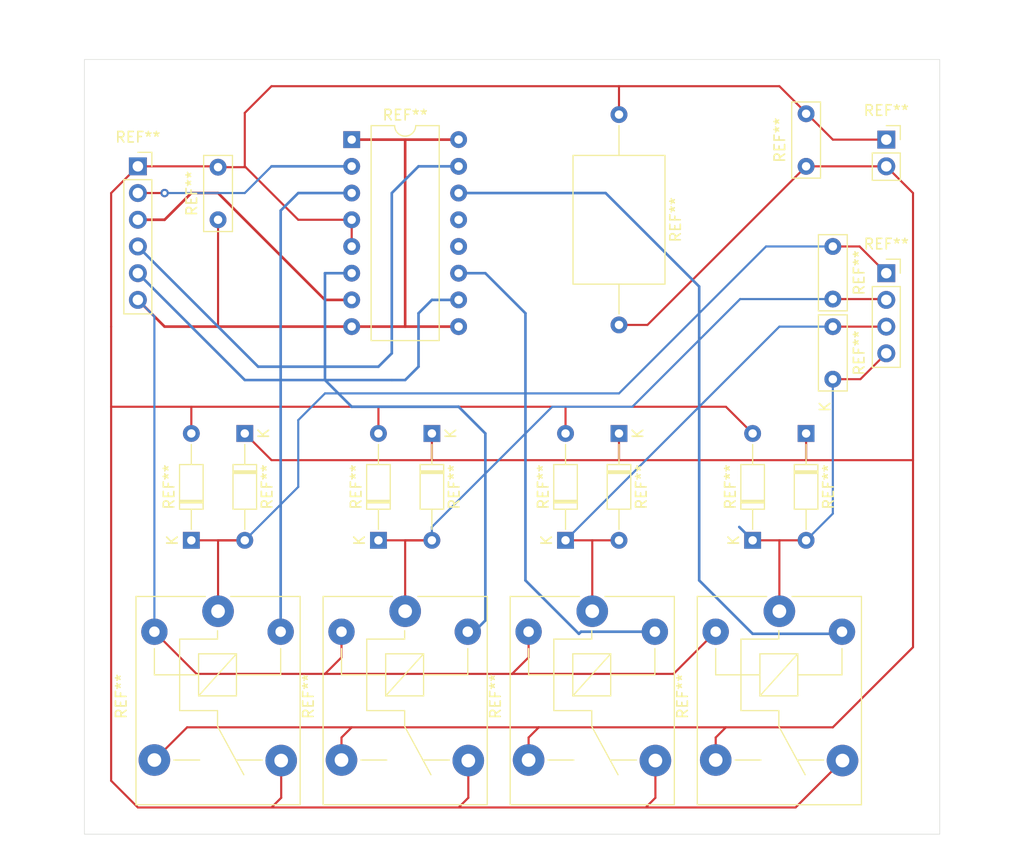
<source format=kicad_pcb>
(kicad_pcb (version 20211014) (generator pcbnew)
  (layers (0 "F.Cu" signal) (31 "B.Cu" signal) (34 "B.Paste" user) (35 "F.Paste" user) (36 "B.SilkS" user "B.Silkscreen") (37 "F.SilkS" user "F.Silkscreen") (38 "B.Mask" user) (39 "F.Mask" user) (44 "Edge.Cuts" user))
  (net 0 "")
  (footprint "Package_DIP:DIP-16_W10.16mm" (layer "F.Cu") (at 127 58.42)
    (fp_text reference "REF**" (at 5.08 -2.33) (layer "F.SilkS"))
    (fp_text value "DIP-16_W10.16mm")
    (fp_line (start 1.845 -1.33) (end 1.845 19.11) (layer "F.SilkS") (width 0.12))
    (fp_line (start 4.08 -1.33) (end 1.845 -1.33) (layer "F.SilkS") (width 0.12))
    (fp_line (start 8.315 19.11) (end 8.315 -1.33) (layer "F.SilkS") (width 0.12))
    (fp_line (start 1.845 19.11) (end 8.315 19.11) (layer "F.SilkS") (width 0.12))
    (fp_line (start 8.315 -1.33) (end 6.08 -1.33) (layer "F.SilkS") (width 0.12))
    (fp_arc (start 6.08 -1.33) (mid 5.08 -0.33) (end 4.08 -1.33) (layer "F.SilkS") (width 0.12))
    (pad "1" thru_hole rect (at 0 0) (size 1.6 1.6) (drill 0.8) (layers *.Cu *.Mask))
    (pad "2" thru_hole oval (at 0 2.54) (size 1.6 1.6) (drill 0.8) (layers *.Cu *.Mask))
    (pad "3" thru_hole oval (at 0 5.08) (size 1.6 1.6) (drill 0.8) (layers *.Cu *.Mask))
    (pad "4" thru_hole oval (at 0 7.62) (size 1.6 1.6) (drill 0.8) (layers *.Cu *.Mask))
    (pad "5" thru_hole oval (at 0 10.16) (size 1.6 1.6) (drill 0.8) (layers *.Cu *.Mask))
    (pad "6" thru_hole oval (at 0 12.7) (size 1.6 1.6) (drill 0.8) (layers *.Cu *.Mask))
    (pad "7" thru_hole oval (at 0 15.24) (size 1.6 1.6) (drill 0.8) (layers *.Cu *.Mask))
    (pad "8" thru_hole oval (at 0 17.78) (size 1.6 1.6) (drill 0.8) (layers *.Cu *.Mask))
    (pad "9" thru_hole oval (at 10.16 17.78) (size 1.6 1.6) (drill 0.8) (layers *.Cu *.Mask))
    (pad "10" thru_hole oval (at 10.16 15.24) (size 1.6 1.6) (drill 0.8) (layers *.Cu *.Mask))
    (pad "11" thru_hole oval (at 10.16 12.7) (size 1.6 1.6) (drill 0.8) (layers *.Cu *.Mask))
    (pad "12" thru_hole oval (at 10.16 10.16) (size 1.6 1.6) (drill 0.8) (layers *.Cu *.Mask))
    (pad "13" thru_hole oval (at 10.16 7.62) (size 1.6 1.6) (drill 0.8) (layers *.Cu *.Mask))
    (pad "14" thru_hole oval (at 10.16 5.08) (size 1.6 1.6) (drill 0.8) (layers *.Cu *.Mask))
    (pad "15" thru_hole oval (at 10.16 2.54) (size 1.6 1.6) (drill 0.8) (layers *.Cu *.Mask))
    (pad "16" thru_hole oval (at 10.16 0) (size 1.6 1.6) (drill 0.8) (layers *.Cu *.Mask))
  )
  (footprint "Diode_THT:D_DO-35_SOD27_P10.16mm_Horizontal" (layer "F.Cu") (at 129.54 96.52 90)
    (fp_text reference "REF**" (at 5.08 -2.12 90) (layer "F.SilkS"))
    (fp_text value "D_DO-35_SOD27_P10.16mm_Horizontal")
    (fp_text user "K" (at 0 -1.8 90) (layer "F.SilkS"))
    (fp_line (start 9.12 0) (end 7.2 0) (layer "F.SilkS") (width 0.12))
    (fp_line (start 3.68 -1.12) (end 3.68 1.12) (layer "F.SilkS") (width 0.12))
    (fp_line (start 2.96 1.12) (end 7.2 1.12) (layer "F.SilkS") (width 0.12))
    (fp_line (start 1.04 0) (end 2.96 0) (layer "F.SilkS") (width 0.12))
    (fp_line (start 3.8 -1.12) (end 3.8 1.12) (layer "F.SilkS") (width 0.12))
    (fp_line (start 7.2 -1.12) (end 2.96 -1.12) (layer "F.SilkS") (width 0.12))
    (fp_line (start 7.2 1.12) (end 7.2 -1.12) (layer "F.SilkS") (width 0.12))
    (fp_line (start 2.96 -1.12) (end 2.96 1.12) (layer "F.SilkS") (width 0.12))
    (fp_line (start 3.56 -1.12) (end 3.56 1.12) (layer "F.SilkS") (width 0.12))
    (pad "1" thru_hole rect (at 0 0 90) (size 1.6 1.6) (drill 0.8) (layers *.Cu *.Mask))
    (pad "2" thru_hole oval (at 10.16 0 90) (size 1.6 1.6) (drill 0.8) (layers *.Cu *.Mask))
  )
  (footprint "Capacitor_THT:C_Rect_L7.0mm_W2.5mm_P5.00mm" (layer "F.Cu") (at 170.18 60.96 90)
    (fp_text reference "REF**" (at 2.5 -2.5 90) (layer "F.SilkS"))
    (fp_text value "C_Rect_L7.0mm_W2.5mm_P5.00mm")
    (fp_line (start -1.12 -1.37) (end -1.12 1.37) (layer "F.SilkS") (width 0.12))
    (fp_line (start -1.12 -1.37) (end 6.12 -1.37) (layer "F.SilkS") (width 0.12))
    (fp_line (start -1.12 1.37) (end 6.12 1.37) (layer "F.SilkS") (width 0.12))
    (fp_line (start 6.12 -1.37) (end 6.12 1.37) (layer "F.SilkS") (width 0.12))
    (pad "1" thru_hole circle (at 0 0 90) (size 1.6 1.6) (drill 0.8) (layers *.Cu *.Mask))
    (pad "2" thru_hole circle (at 5 0 90) (size 1.6 1.6) (drill 0.8) (layers *.Cu *.Mask))
  )
  (footprint "Diode_THT:D_DO-35_SOD27_P10.16mm_Horizontal" (layer "F.Cu") (at 170.18 86.36 -90)
    (fp_text reference "REF**" (at 5.08 -2.12 90) (layer "F.SilkS"))
    (fp_text value "D_DO-35_SOD27_P10.16mm_Horizontal")
    (fp_text user "K" (at -2.54 -1.8 90) (layer "F.SilkS"))
    (fp_line (start 7.2 -1.12) (end 2.96 -1.12) (layer "F.SilkS") (width 0.12))
    (fp_line (start 2.96 -1.12) (end 2.96 1.12) (layer "F.SilkS") (width 0.12))
    (fp_line (start 3.8 -1.12) (end 3.8 1.12) (layer "F.SilkS") (width 0.12))
    (fp_line (start 3.56 -1.12) (end 3.56 1.12) (layer "F.SilkS") (width 0.12))
    (fp_line (start 2.96 1.12) (end 7.2 1.12) (layer "F.SilkS") (width 0.12))
    (fp_line (start 7.2 1.12) (end 7.2 -1.12) (layer "F.SilkS") (width 0.12))
    (fp_line (start 9.12 0) (end 7.2 0) (layer "F.SilkS") (width 0.12))
    (fp_line (start 3.68 -1.12) (end 3.68 1.12) (layer "F.SilkS") (width 0.12))
    (fp_line (start 1.04 0) (end 2.96 0) (layer "F.SilkS") (width 0.12))
    (pad "1" thru_hole rect (at 0 0 270) (size 1.6 1.6) (drill 0.8) (layers *.Cu *.Mask))
    (pad "2" thru_hole oval (at 10.16 0 270) (size 1.6 1.6) (drill 0.8) (layers *.Cu *.Mask))
  )
  (footprint "Diode_THT:D_DO-35_SOD27_P10.16mm_Horizontal" (layer "F.Cu") (at 111.76 96.52 90)
    (fp_text reference "REF**" (at 5.08 -2.12 90) (layer "F.SilkS"))
    (fp_text value "D_DO-35_SOD27_P10.16mm_Horizontal")
    (fp_text user "K" (at 0 -1.8 90) (layer "F.SilkS"))
    (fp_line (start 3.8 -1.12) (end 3.8 1.12) (layer "F.SilkS") (width 0.12))
    (fp_line (start 2.96 1.12) (end 7.2 1.12) (layer "F.SilkS") (width 0.12))
    (fp_line (start 7.2 -1.12) (end 2.96 -1.12) (layer "F.SilkS") (width 0.12))
    (fp_line (start 3.68 -1.12) (end 3.68 1.12) (layer "F.SilkS") (width 0.12))
    (fp_line (start 2.96 -1.12) (end 2.96 1.12) (layer "F.SilkS") (width 0.12))
    (fp_line (start 1.04 0) (end 2.96 0) (layer "F.SilkS") (width 0.12))
    (fp_line (start 7.2 1.12) (end 7.2 -1.12) (layer "F.SilkS") (width 0.12))
    (fp_line (start 9.12 0) (end 7.2 0) (layer "F.SilkS") (width 0.12))
    (fp_line (start 3.56 -1.12) (end 3.56 1.12) (layer "F.SilkS") (width 0.12))
    (pad "1" thru_hole rect (at 0 0 90) (size 1.6 1.6) (drill 0.8) (layers *.Cu *.Mask))
    (pad "2" thru_hole oval (at 10.16 0 90) (size 1.6 1.6) (drill 0.8) (layers *.Cu *.Mask))
  )
  (footprint "Capacitor_THT:C_Rect_L7.0mm_W2.5mm_P5.00mm" (layer "F.Cu") (at 114.3 66.04 90)
    (fp_text reference "REF**" (at 2.5 -2.5 90) (layer "F.SilkS"))
    (fp_text value "C_Rect_L7.0mm_W2.5mm_P5.00mm")
    (fp_line (start -1.12 -1.37) (end -1.12 1.37) (layer "F.SilkS") (width 0.12))
    (fp_line (start 6.12 -1.37) (end 6.12 1.37) (layer "F.SilkS") (width 0.12))
    (fp_line (start -1.12 -1.37) (end 6.12 -1.37) (layer "F.SilkS") (width 0.12))
    (fp_line (start -1.12 1.37) (end 6.12 1.37) (layer "F.SilkS") (width 0.12))
    (pad "1" thru_hole circle (at 0 0 90) (size 1.6 1.6) (drill 0.8) (layers *.Cu *.Mask))
    (pad "2" thru_hole circle (at 5 0 90) (size 1.6 1.6) (drill 0.8) (layers *.Cu *.Mask))
  )
  (footprint "Relay_THT:Relay_SPDT_SANYOU_SRD_Series_Form_C" (layer "F.Cu") (at 167.64 103.26 -90)
    (fp_text reference "REF**" (at 8.1 9.2 90) (layer "F.SilkS"))
    (fp_text value "Relay_SPDT_SANYOU_SRD_Series_Form_C")
    (fp_line (start -1.4 -7.8) (end 18.4 -7.8) (layer "F.SilkS") (width 0.12))
    (fp_line (start 10.95 0.05) (end 15.55 -2.45) (layer "F.SilkS") (width 0.12))
    (fp_line (start 8.05 1.85) (end 4.05 1.85) (layer "F.SilkS") (width 0.12))
    (fp_line (start 6.05 -5.95) (end 6.05 -1.75) (layer "F.SilkS") (width 0.12))
    (fp_line (start 3.55 6.05) (end 6.05 6.05) (layer "F.SilkS") (width 0.12))
    (fp_line (start 6.05 1.85) (end 6.05 6.05) (layer "F.SilkS") (width 0.12))
    (fp_line (start 18.4 -7.8) (end 18.4 7.8) (layer "F.SilkS") (width 0.12))
    (fp_line (start 9.45 0.05) (end 9.45 3.65) (layer "F.SilkS") (width 0.12))
    (fp_line (start 4.05 -1.75) (end 8.05 -1.75) (layer "F.SilkS") (width 0.12))
    (fp_line (start 9.45 3.65) (end 2.65 3.65) (layer "F.SilkS") (width 0.12))
    (fp_line (start 14.15 -4.2) (end 14.15 -1.7) (layer "F.SilkS") (width 0.12))
    (fp_line (start 8.05 -1.75) (end 8.05 1.85) (layer "F.SilkS") (width 0.12))
    (fp_line (start 6.05 -5.95) (end 3.55 -5.95) (layer "F.SilkS") (width 0.12))
    (fp_line (start 9.45 0.05) (end 10.95 0.05) (layer "F.SilkS") (width 0.12))
    (fp_line (start 8.05 1.85) (end 4.05 -1.75) (layer "F.SilkS") (width 0.12))
    (fp_line (start 4.05 1.85) (end 4.05 -1.75) (layer "F.SilkS") (width 0.12))
    (fp_line (start 2.65 0.05) (end 1.85 0.05) (layer "F.SilkS") (width 0.12))
    (fp_line (start -1.4 1.2) (end -1.4 7.8) (layer "F.SilkS") (width 0.12))
    (fp_line (start 14.15 4.2) (end 14.15 1.75) (layer "F.SilkS") (width 0.12))
    (fp_line (start 2.65 0.05) (end 2.65 3.65) (layer "F.SilkS") (width 0.12))
    (fp_line (start 18.4 7.8) (end -1.4 7.8) (layer "F.SilkS") (width 0.12))
    (fp_line (start -1.4 -7.8) (end -1.4 -1.2) (layer "F.SilkS") (width 0.12))
    (pad "1" thru_hole circle (at 0 0) (size 3 3) (drill 1.3) (layers *.Cu *.Mask))
    (pad "2" thru_hole circle (at 1.95 6.05) (size 2.5 2.5) (drill 1) (layers *.Cu *.Mask))
    (pad "3" thru_hole circle (at 14.15 6.05) (size 3 3) (drill 1.3) (layers *.Cu *.Mask))
    (pad "4" thru_hole circle (at 14.2 -6) (size 3 3) (drill 1.3) (layers *.Cu *.Mask))
    (pad "5" thru_hole circle (at 1.95 -5.95) (size 2.5 2.5) (drill 1) (layers *.Cu *.Mask))
  )
  (footprint "Diode_THT:D_DO-35_SOD27_P10.16mm_Horizontal" (layer "F.Cu") (at 165.1 96.52 90)
    (fp_text reference "REF**" (at 5.08 -2.12 90) (layer "F.SilkS"))
    (fp_text value "D_DO-35_SOD27_P10.16mm_Horizontal")
    (fp_text user "K" (at 0 -1.8 90) (layer "F.SilkS"))
    (fp_line (start 2.96 1.12) (end 7.2 1.12) (layer "F.SilkS") (width 0.12))
    (fp_line (start 3.68 -1.12) (end 3.68 1.12) (layer "F.SilkS") (width 0.12))
    (fp_line (start 3.8 -1.12) (end 3.8 1.12) (layer "F.SilkS") (width 0.12))
    (fp_line (start 7.2 1.12) (end 7.2 -1.12) (layer "F.SilkS") (width 0.12))
    (fp_line (start 2.96 -1.12) (end 2.96 1.12) (layer "F.SilkS") (width 0.12))
    (fp_line (start 9.12 0) (end 7.2 0) (layer "F.SilkS") (width 0.12))
    (fp_line (start 3.56 -1.12) (end 3.56 1.12) (layer "F.SilkS") (width 0.12))
    (fp_line (start 7.2 -1.12) (end 2.96 -1.12) (layer "F.SilkS") (width 0.12))
    (fp_line (start 1.04 0) (end 2.96 0) (layer "F.SilkS") (width 0.12))
    (pad "1" thru_hole rect (at 0 0 90) (size 1.6 1.6) (drill 0.8) (layers *.Cu *.Mask))
    (pad "2" thru_hole oval (at 10.16 0 90) (size 1.6 1.6) (drill 0.8) (layers *.Cu *.Mask))
  )
  (footprint "Diode_THT:D_DO-35_SOD27_P10.16mm_Horizontal" (layer "F.Cu") (at 116.84 86.36 -90)
    (fp_text reference "REF**" (at 5.08 -2.12 90) (layer "F.SilkS"))
    (fp_text value "D_DO-35_SOD27_P10.16mm_Horizontal")
    (fp_text user "K" (at 0 -1.8 90) (layer "F.SilkS"))
    (fp_line (start 3.56 -1.12) (end 3.56 1.12) (layer "F.SilkS") (width 0.12))
    (fp_line (start 3.68 -1.12) (end 3.68 1.12) (layer "F.SilkS") (width 0.12))
    (fp_line (start 7.2 -1.12) (end 2.96 -1.12) (layer "F.SilkS") (width 0.12))
    (fp_line (start 2.96 1.12) (end 7.2 1.12) (layer "F.SilkS") (width 0.12))
    (fp_line (start 1.04 0) (end 2.96 0) (layer "F.SilkS") (width 0.12))
    (fp_line (start 9.12 0) (end 7.2 0) (layer "F.SilkS") (width 0.12))
    (fp_line (start 3.8 -1.12) (end 3.8 1.12) (layer "F.SilkS") (width 0.12))
    (fp_line (start 7.2 1.12) (end 7.2 -1.12) (layer "F.SilkS") (width 0.12))
    (fp_line (start 2.96 -1.12) (end 2.96 1.12) (layer "F.SilkS") (width 0.12))
    (pad "1" thru_hole rect (at 0 0 270) (size 1.6 1.6) (drill 0.8) (layers *.Cu *.Mask))
    (pad "2" thru_hole oval (at 10.16 0 270) (size 1.6 1.6) (drill 0.8) (layers *.Cu *.Mask))
  )
  (footprint "Relay_THT:Relay_SPDT_SANYOU_SRD_Series_Form_C" (layer "F.Cu") (at 114.3 103.26 -90)
    (fp_text reference "REF**" (at 8.1 9.2 90) (layer "F.SilkS"))
    (fp_text value "Relay_SPDT_SANYOU_SRD_Series_Form_C")
    (fp_line (start 9.45 0.05) (end 10.95 0.05) (layer "F.SilkS") (width 0.12))
    (fp_line (start 2.65 0.05) (end 2.65 3.65) (layer "F.SilkS") (width 0.12))
    (fp_line (start 4.05 -1.75) (end 8.05 -1.75) (layer "F.SilkS") (width 0.12))
    (fp_line (start 2.65 0.05) (end 1.85 0.05) (layer "F.SilkS") (width 0.12))
    (fp_line (start 6.05 -5.95) (end 6.05 -1.75) (layer "F.SilkS") (width 0.12))
    (fp_line (start -1.4 -7.8) (end 18.4 -7.8) (layer "F.SilkS") (width 0.12))
    (fp_line (start -1.4 -7.8) (end -1.4 -1.2) (layer "F.SilkS") (width 0.12))
    (fp_line (start 8.05 1.85) (end 4.05 1.85) (layer "F.SilkS") (width 0.12))
    (fp_line (start 8.05 1.85) (end 4.05 -1.75) (layer "F.SilkS") (width 0.12))
    (fp_line (start 6.05 1.85) (end 6.05 6.05) (layer "F.SilkS") (width 0.12))
    (fp_line (start -1.4 1.2) (end -1.4 7.8) (layer "F.SilkS") (width 0.12))
    (fp_line (start 4.05 1.85) (end 4.05 -1.75) (layer "F.SilkS") (width 0.12))
    (fp_line (start 9.45 3.65) (end 2.65 3.65) (layer "F.SilkS") (width 0.12))
    (fp_line (start 8.05 -1.75) (end 8.05 1.85) (layer "F.SilkS") (width 0.12))
    (fp_line (start 9.45 0.05) (end 9.45 3.65) (layer "F.SilkS") (width 0.12))
    (fp_line (start 3.55 6.05) (end 6.05 6.05) (layer "F.SilkS") (width 0.12))
    (fp_line (start 18.4 -7.8) (end 18.4 7.8) (layer "F.SilkS") (width 0.12))
    (fp_line (start 14.15 4.2) (end 14.15 1.75) (layer "F.SilkS") (width 0.12))
    (fp_line (start 18.4 7.8) (end -1.4 7.8) (layer "F.SilkS") (width 0.12))
    (fp_line (start 6.05 -5.95) (end 3.55 -5.95) (layer "F.SilkS") (width 0.12))
    (fp_line (start 10.95 0.05) (end 15.55 -2.45) (layer "F.SilkS") (width 0.12))
    (fp_line (start 14.15 -4.2) (end 14.15 -1.7) (layer "F.SilkS") (width 0.12))
    (pad "1" thru_hole circle (at 0 0) (size 3 3) (drill 1.3) (layers *.Cu *.Mask))
    (pad "2" thru_hole circle (at 1.95 6.05) (size 2.5 2.5) (drill 1) (layers *.Cu *.Mask))
    (pad "3" thru_hole circle (at 14.15 6.05) (size 3 3) (drill 1.3) (layers *.Cu *.Mask))
    (pad "4" thru_hole circle (at 14.2 -6) (size 3 3) (drill 1.3) (layers *.Cu *.Mask))
    (pad "5" thru_hole circle (at 1.95 -5.95) (size 2.5 2.5) (drill 1) (layers *.Cu *.Mask))
  )
  (footprint "Connector_PinSocket_2.54mm:PinSocket_1x04_P2.54mm_Vertical" (layer "F.Cu") (at 177.8 71.12)
    (fp_text reference "REF**" (at 0 -2.77) (layer "F.SilkS"))
    (fp_text value "PinSocket_1x04_P2.54mm_Vertical")
    (fp_line (start -1.33 8.95) (end 1.33 8.95) (layer "F.SilkS") (width 0.12))
    (fp_line (start -1.33 1.27) (end -1.33 8.95) (layer "F.SilkS") (width 0.12))
    (fp_line (start 1.33 1.27) (end 1.33 8.95) (layer "F.SilkS") (width 0.12))
    (fp_line (start -1.33 1.27) (end 1.33 1.27) (layer "F.SilkS") (width 0.12))
    (fp_line (start 1.33 -1.33) (end 1.33 0) (layer "F.SilkS") (width 0.12))
    (fp_line (start 0 -1.33) (end 1.33 -1.33) (layer "F.SilkS") (width 0.12))
    (pad "1" thru_hole rect (at 0 0) (size 1.7 1.7) (drill 1) (layers *.Cu *.Mask))
    (pad "2" thru_hole oval (at 0 2.54) (size 1.7 1.7) (drill 1) (layers *.Cu *.Mask))
    (pad "3" thru_hole oval (at 0 5.08) (size 1.7 1.7) (drill 1) (layers *.Cu *.Mask))
    (pad "4" thru_hole oval (at 0 7.62) (size 1.7 1.7) (drill 1) (layers *.Cu *.Mask))
  )
  (footprint "Capacitor_THT:C_Axial_L12.0mm_D8.5mm_P20.00mm_Horizontal" (layer "F.Cu") (at 152.4 56.04 -90)
    (fp_text reference "REF**" (at 10 -5.37 90) (layer "F.SilkS"))
    (fp_text value "C_Axial_L12.0mm_D8.5mm_P20.00mm_Horizontal")
    (fp_line (start 3.88 4.37) (end 16.12 4.37) (layer "F.SilkS") (width 0.12))
    (fp_line (start 16.12 4.37) (end 16.12 -4.37) (layer "F.SilkS") (width 0.12))
    (fp_line (start 16.12 -4.37) (end 3.88 -4.37) (layer "F.SilkS") (width 0.12))
    (fp_line (start 3.88 -4.37) (end 3.88 4.37) (layer "F.SilkS") (width 0.12))
    (fp_line (start 18.96 0) (end 16.12 0) (layer "F.SilkS") (width 0.12))
    (fp_line (start 1.04 0) (end 3.88 0) (layer "F.SilkS") (width 0.12))
    (pad "1" thru_hole circle (at 0 0 270) (size 1.6 1.6) (drill 0.8) (layers *.Cu *.Mask))
    (pad "2" thru_hole oval (at 20 0 270) (size 1.6 1.6) (drill 0.8) (layers *.Cu *.Mask))
  )
  (footprint "Diode_THT:D_DO-35_SOD27_P10.16mm_Horizontal" (layer "F.Cu") (at 147.32 96.52 90)
    (fp_text reference "REF**" (at 5.08 -2.12 90) (layer "F.SilkS"))
    (fp_text value "D_DO-35_SOD27_P10.16mm_Horizontal")
    (fp_text user "K" (at 0 -1.8 90) (layer "F.SilkS"))
    (fp_line (start 2.96 -1.12) (end 2.96 1.12) (layer "F.SilkS") (width 0.12))
    (fp_line (start 3.8 -1.12) (end 3.8 1.12) (layer "F.SilkS") (width 0.12))
    (fp_line (start 2.96 1.12) (end 7.2 1.12) (layer "F.SilkS") (width 0.12))
    (fp_line (start 3.68 -1.12) (end 3.68 1.12) (layer "F.SilkS") (width 0.12))
    (fp_line (start 3.56 -1.12) (end 3.56 1.12) (layer "F.SilkS") (width 0.12))
    (fp_line (start 1.04 0) (end 2.96 0) (layer "F.SilkS") (width 0.12))
    (fp_line (start 7.2 -1.12) (end 2.96 -1.12) (layer "F.SilkS") (width 0.12))
    (fp_line (start 7.2 1.12) (end 7.2 -1.12) (layer "F.SilkS") (width 0.12))
    (fp_line (start 9.12 0) (end 7.2 0) (layer "F.SilkS") (width 0.12))
    (pad "1" thru_hole rect (at 0 0 90) (size 1.6 1.6) (drill 0.8) (layers *.Cu *.Mask))
    (pad "2" thru_hole oval (at 10.16 0 90) (size 1.6 1.6) (drill 0.8) (layers *.Cu *.Mask))
  )
  (footprint "Relay_THT:Relay_SPDT_SANYOU_SRD_Series_Form_C" (layer "F.Cu") (at 132.08 103.26 -90)
    (fp_text reference "REF**" (at 8.1 9.2 90) (layer "F.SilkS"))
    (fp_text value "Relay_SPDT_SANYOU_SRD_Series_Form_C")
    (fp_line (start 8.05 1.85) (end 4.05 -1.75) (layer "F.SilkS") (width 0.12))
    (fp_line (start 3.55 6.05) (end 6.05 6.05) (layer "F.SilkS") (width 0.12))
    (fp_line (start -1.4 -7.8) (end 18.4 -7.8) (layer "F.SilkS") (width 0.12))
    (fp_line (start 14.15 4.2) (end 14.15 1.75) (layer "F.SilkS") (width 0.12))
    (fp_line (start 14.15 -4.2) (end 14.15 -1.7) (layer "F.SilkS") (width 0.12))
    (fp_line (start 9.45 0.05) (end 9.45 3.65) (layer "F.SilkS") (width 0.12))
    (fp_line (start 6.05 1.85) (end 6.05 6.05) (layer "F.SilkS") (width 0.12))
    (fp_line (start 8.05 1.85) (end 4.05 1.85) (layer "F.SilkS") (width 0.12))
    (fp_line (start 9.45 3.65) (end 2.65 3.65) (layer "F.SilkS") (width 0.12))
    (fp_line (start 8.05 -1.75) (end 8.05 1.85) (layer "F.SilkS") (width 0.12))
    (fp_line (start 9.45 0.05) (end 10.95 0.05) (layer "F.SilkS") (width 0.12))
    (fp_line (start 10.95 0.05) (end 15.55 -2.45) (layer "F.SilkS") (width 0.12))
    (fp_line (start 18.4 -7.8) (end 18.4 7.8) (layer "F.SilkS") (width 0.12))
    (fp_line (start 6.05 -5.95) (end 6.05 -1.75) (layer "F.SilkS") (width 0.12))
    (fp_line (start -1.4 1.2) (end -1.4 7.8) (layer "F.SilkS") (width 0.12))
    (fp_line (start -1.4 -7.8) (end -1.4 -1.2) (layer "F.SilkS") (width 0.12))
    (fp_line (start 2.65 0.05) (end 1.85 0.05) (layer "F.SilkS") (width 0.12))
    (fp_line (start 2.65 0.05) (end 2.65 3.65) (layer "F.SilkS") (width 0.12))
    (fp_line (start 4.05 1.85) (end 4.05 -1.75) (layer "F.SilkS") (width 0.12))
    (fp_line (start 4.05 -1.75) (end 8.05 -1.75) (layer "F.SilkS") (width 0.12))
    (fp_line (start 6.05 -5.95) (end 3.55 -5.95) (layer "F.SilkS") (width 0.12))
    (fp_line (start 18.4 7.8) (end -1.4 7.8) (layer "F.SilkS") (width 0.12))
    (pad "1" thru_hole circle (at 0 0) (size 3 3) (drill 1.3) (layers *.Cu *.Mask))
    (pad "2" thru_hole circle (at 1.95 6.05) (size 2.5 2.5) (drill 1) (layers *.Cu *.Mask))
    (pad "3" thru_hole circle (at 14.15 6.05) (size 3 3) (drill 1.3) (layers *.Cu *.Mask))
    (pad "4" thru_hole circle (at 14.2 -6) (size 3 3) (drill 1.3) (layers *.Cu *.Mask))
    (pad "5" thru_hole circle (at 1.95 -5.95) (size 2.5 2.5) (drill 1) (layers *.Cu *.Mask))
  )
  (footprint "Relay_THT:Relay_SPDT_SANYOU_SRD_Series_Form_C" (layer "F.Cu") (at 149.86 103.26 -90)
    (fp_text reference "REF**" (at 8.1 9.2 90) (layer "F.SilkS"))
    (fp_text value "Relay_SPDT_SANYOU_SRD_Series_Form_C")
    (fp_line (start -1.4 -7.8) (end 18.4 -7.8) (layer "F.SilkS") (width 0.12))
    (fp_line (start -1.4 1.2) (end -1.4 7.8) (layer "F.SilkS") (width 0.12))
    (fp_line (start 14.15 -4.2) (end 14.15 -1.7) (layer "F.SilkS") (width 0.12))
    (fp_line (start 10.95 0.05) (end 15.55 -2.45) (layer "F.SilkS") (width 0.12))
    (fp_line (start 9.45 0.05) (end 9.45 3.65) (layer "F.SilkS") (width 0.12))
    (fp_line (start 6.05 1.85) (end 6.05 6.05) (layer "F.SilkS") (width 0.12))
    (fp_line (start 8.05 1.85) (end 4.05 1.85) (layer "F.SilkS") (width 0.12))
    (fp_line (start 4.05 -1.75) (end 8.05 -1.75) (layer "F.SilkS") (width 0.12))
    (fp_line (start 2.65 0.05) (end 2.65 3.65) (layer "F.SilkS") (width 0.12))
    (fp_line (start 14.15 4.2) (end 14.15 1.75) (layer "F.SilkS") (width 0.12))
    (fp_line (start 18.4 -7.8) (end 18.4 7.8) (layer "F.SilkS") (width 0.12))
    (fp_line (start 3.55 6.05) (end 6.05 6.05) (layer "F.SilkS") (width 0.12))
    (fp_line (start 8.05 1.85) (end 4.05 -1.75) (layer "F.SilkS") (width 0.12))
    (fp_line (start 9.45 0.05) (end 10.95 0.05) (layer "F.SilkS") (width 0.12))
    (fp_line (start 8.05 -1.75) (end 8.05 1.85) (layer "F.SilkS") (width 0.12))
    (fp_line (start 6.05 -5.95) (end 3.55 -5.95) (layer "F.SilkS") (width 0.12))
    (fp_line (start 18.4 7.8) (end -1.4 7.8) (layer "F.SilkS") (width 0.12))
    (fp_line (start 9.45 3.65) (end 2.65 3.65) (layer "F.SilkS") (width 0.12))
    (fp_line (start -1.4 -7.8) (end -1.4 -1.2) (layer "F.SilkS") (width 0.12))
    (fp_line (start 2.65 0.05) (end 1.85 0.05) (layer "F.SilkS") (width 0.12))
    (fp_line (start 4.05 1.85) (end 4.05 -1.75) (layer "F.SilkS") (width 0.12))
    (fp_line (start 6.05 -5.95) (end 6.05 -1.75) (layer "F.SilkS") (width 0.12))
    (pad "1" thru_hole circle (at 0 0) (size 3 3) (drill 1.3) (layers *.Cu *.Mask))
    (pad "2" thru_hole circle (at 1.95 6.05) (size 2.5 2.5) (drill 1) (layers *.Cu *.Mask))
    (pad "3" thru_hole circle (at 14.15 6.05) (size 3 3) (drill 1.3) (layers *.Cu *.Mask))
    (pad "4" thru_hole circle (at 14.2 -6) (size 3 3) (drill 1.3) (layers *.Cu *.Mask))
    (pad "5" thru_hole circle (at 1.95 -5.95) (size 2.5 2.5) (drill 1) (layers *.Cu *.Mask))
  )
  (footprint "Connector_PinSocket_2.54mm:PinSocket_1x02_P2.54mm_Vertical" (layer "F.Cu") (at 177.8 58.42)
    (fp_text reference "REF**" (at 0 -2.77) (layer "F.SilkS"))
    (fp_text value "PinSocket_1x02_P2.54mm_Vertical")
    (fp_line (start -1.33 3.87) (end 1.33 3.87) (layer "F.SilkS") (width 0.12))
    (fp_line (start -1.33 1.27) (end 1.33 1.27) (layer "F.SilkS") (width 0.12))
    (fp_line (start -1.33 1.27) (end -1.33 3.87) (layer "F.SilkS") (width 0.12))
    (fp_line (start 1.33 1.27) (end 1.33 3.87) (layer "F.SilkS") (width 0.12))
    (fp_line (start 0 -1.33) (end 1.33 -1.33) (layer "F.SilkS") (width 0.12))
    (fp_line (start 1.33 -1.33) (end 1.33 0) (layer "F.SilkS") (width 0.12))
    (pad "1" thru_hole rect (at 0 0) (size 1.7 1.7) (drill 1) (layers *.Cu *.Mask))
    (pad "2" thru_hole oval (at 0 2.54) (size 1.7 1.7) (drill 1) (layers *.Cu *.Mask))
  )
  (footprint "Capacitor_THT:C_Rect_L7.0mm_W2.5mm_P5.00mm" (layer "F.Cu") (at 172.72 76.2 -90)
    (fp_text reference "REF**" (at 2.5 -2.5 -270) (layer "F.SilkS"))
    (fp_text value "C_Rect_L7.0mm_W2.5mm_P5.00mm")
    (fp_line (start 6.12 -1.37) (end 6.12 1.37) (layer "F.SilkS") (width 0.12))
    (fp_line (start -1.12 1.37) (end 6.12 1.37) (layer "F.SilkS") (width 0.12))
    (fp_line (start -1.12 -1.37) (end 6.12 -1.37) (layer "F.SilkS") (width 0.12))
    (fp_line (start -1.12 -1.37) (end -1.12 1.37) (layer "F.SilkS") (width 0.12))
    (pad "1" thru_hole circle (at 0 0 270) (size 1.6 1.6) (drill 0.8) (layers *.Cu *.Mask))
    (pad "2" thru_hole circle (at 5 0 270) (size 1.6 1.6) (drill 0.8) (layers *.Cu *.Mask))
  )
  (footprint "Capacitor_THT:C_Rect_L7.0mm_W2.5mm_P5.00mm" (layer "F.Cu") (at 172.72 68.58 -90)
    (fp_text reference "REF**" (at 2.5 -2.5 -270) (layer "F.SilkS"))
    (fp_text value "C_Rect_L7.0mm_W2.5mm_P5.00mm")
    (fp_line (start -1.12 1.37) (end 6.12 1.37) (layer "F.SilkS") (width 0.12))
    (fp_line (start 6.12 -1.37) (end 6.12 1.37) (layer "F.SilkS") (width 0.12))
    (fp_line (start -1.12 -1.37) (end 6.12 -1.37) (layer "F.SilkS") (width 0.12))
    (fp_line (start -1.12 -1.37) (end -1.12 1.37) (layer "F.SilkS") (width 0.12))
    (pad "1" thru_hole circle (at 0 0 270) (size 1.6 1.6) (drill 0.8) (layers *.Cu *.Mask))
    (pad "2" thru_hole circle (at 5 0 270) (size 1.6 1.6) (drill 0.8) (layers *.Cu *.Mask))
  )
  (footprint "Diode_THT:D_DO-35_SOD27_P10.16mm_Horizontal" (layer "F.Cu") (at 134.62 86.36 -90)
    (fp_text reference "REF**" (at 5.08 -2.12 90) (layer "F.SilkS"))
    (fp_text value "D_DO-35_SOD27_P10.16mm_Horizontal")
    (fp_text user "K" (at 0 -1.8 90) (layer "F.SilkS"))
    (fp_line (start 2.96 -1.12) (end 2.96 1.12) (layer "F.SilkS") (width 0.12))
    (fp_line (start 3.56 -1.12) (end 3.56 1.12) (layer "F.SilkS") (width 0.12))
    (fp_line (start 7.2 -1.12) (end 2.96 -1.12) (layer "F.SilkS") (width 0.12))
    (fp_line (start 3.8 -1.12) (end 3.8 1.12) (layer "F.SilkS") (width 0.12))
    (fp_line (start 1.04 0) (end 2.96 0) (layer "F.SilkS") (width 0.12))
    (fp_line (start 7.2 1.12) (end 7.2 -1.12) (layer "F.SilkS") (width 0.12))
    (fp_line (start 2.96 1.12) (end 7.2 1.12) (layer "F.SilkS") (width 0.12))
    (fp_line (start 3.68 -1.12) (end 3.68 1.12) (layer "F.SilkS") (width 0.12))
    (fp_line (start 9.12 0) (end 7.2 0) (layer "F.SilkS") (width 0.12))
    (pad "1" thru_hole rect (at 0 0 270) (size 1.6 1.6) (drill 0.8) (layers *.Cu *.Mask))
    (pad "2" thru_hole oval (at 10.16 0 270) (size 1.6 1.6) (drill 0.8) (layers *.Cu *.Mask))
  )
  (footprint "Connector_PinSocket_2.54mm:PinSocket_1x06_P2.54mm_Vertical" (layer "F.Cu") (at 106.68 60.96)
    (fp_text reference "REF**" (at 0 -2.77) (layer "F.SilkS"))
    (fp_text value "PinSocket_1x06_P2.54mm_Vertical")
    (fp_line (start 1.33 1.27) (end 1.33 14.03) (layer "F.SilkS") (width 0.12))
    (fp_line (start 1.33 -1.33) (end 1.33 0) (layer "F.SilkS") (width 0.12))
    (fp_line (start 0 -1.33) (end 1.33 -1.33) (layer "F.SilkS") (width 0.12))
    (fp_line (start -1.33 14.03) (end 1.33 14.03) (layer "F.SilkS") (width 0.12))
    (fp_line (start -1.33 1.27) (end 1.33 1.27) (layer "F.SilkS") (width 0.12))
    (fp_line (start -1.33 1.27) (end -1.33 14.03) (layer "F.SilkS") (width 0.12))
    (pad "1" thru_hole rect (at 0 0) (size 1.7 1.7) (drill 1) (layers *.Cu *.Mask))
    (pad "2" thru_hole oval (at 0 2.54) (size 1.7 1.7) (drill 1) (layers *.Cu *.Mask))
    (pad "3" thru_hole oval (at 0 5.08) (size 1.7 1.7) (drill 1) (layers *.Cu *.Mask))
    (pad "4" thru_hole oval (at 0 7.62) (size 1.7 1.7) (drill 1) (layers *.Cu *.Mask))
    (pad "5" thru_hole oval (at 0 10.16) (size 1.7 1.7) (drill 1) (layers *.Cu *.Mask))
    (pad "6" thru_hole oval (at 0 12.7) (size 1.7 1.7) (drill 1) (layers *.Cu *.Mask))
  )
  (footprint "Diode_THT:D_DO-35_SOD27_P10.16mm_Horizontal" (layer "F.Cu") (at 152.4 86.36 -90)
    (fp_text reference "REF**" (at 5.08 -2.12 90) (layer "F.SilkS"))
    (fp_text value "D_DO-35_SOD27_P10.16mm_Horizontal")
    (fp_text user "K" (at 0 -1.8 90) (layer "F.SilkS"))
    (fp_line (start 3.8 -1.12) (end 3.8 1.12) (layer "F.SilkS") (width 0.12))
    (fp_line (start 1.04 0) (end 2.96 0) (layer "F.SilkS") (width 0.12))
    (fp_line (start 7.2 -1.12) (end 2.96 -1.12) (layer "F.SilkS") (width 0.12))
    (fp_line (start 2.96 1.12) (end 7.2 1.12) (layer "F.SilkS") (width 0.12))
    (fp_line (start 3.68 -1.12) (end 3.68 1.12) (layer "F.SilkS") (width 0.12))
    (fp_line (start 2.96 -1.12) (end 2.96 1.12) (layer "F.SilkS") (width 0.12))
    (fp_line (start 3.56 -1.12) (end 3.56 1.12) (layer "F.SilkS") (width 0.12))
    (fp_line (start 7.2 1.12) (end 7.2 -1.12) (layer "F.SilkS") (width 0.12))
    (fp_line (start 9.12 0) (end 7.2 0) (layer "F.SilkS") (width 0.12))
    (pad "1" thru_hole rect (at 0 0 270) (size 1.6 1.6) (drill 0.8) (layers *.Cu *.Mask))
    (pad "2" thru_hole oval (at 10.16 0 270) (size 1.6 1.6) (drill 0.8) (layers *.Cu *.Mask))
  )
  (gr_rect (start 101.6 50.8) (end 182.88 124.46) (layer "Edge.Cuts") (width 0.05) (fill none))
  (segment (start 155.86 121) (end 154.94 121.92) (width 0.2) (layer "F.Cu") (net 0))
  (segment (start 170.18 96.52) (end 167.64 96.52) (width 0.2) (layer "F.Cu") (net 0))
  (segment (start 116.92 61.04) (end 116.84 60.96) (width 0.2) (layer "F.Cu") (net 0))
  (segment (start 143.81 117.41) (end 143.81 115.27) (width 0.2) (layer "F.Cu") (net 0))
  (segment (start 167.64 96.52) (end 165.1 96.52) (width 0.2) (layer "F.Cu") (net 0))
  (segment (start 137.16 58.42) (end 127 58.42) (width 0.25) (layer "F.Cu") (net 0))
  (segment (start 116.92 61.04) (end 121.92 66.04) (width 0.2) (layer "F.Cu") (net 0))
  (segment (start 126.03 105.21) (end 126.03 107.65) (width 0.2) (layer "F.Cu") (net 0))
  (segment (start 114.3 61.04) (end 116.92 61.04) (width 0.2) (layer "F.Cu") (net 0))
  (segment (start 152.4 88.9) (end 180.34 88.9) (width 0.2) (layer "F.Cu") (net 0))
  (segment (start 167.64 96.52) (end 167.64 103.26) (width 0.2) (layer "F.Cu") (net 0))
  (segment (start 147.32 86.36) (end 147.32 83.82) (width 0.2) (layer "F.Cu") (net 0))
  (segment (start 134.62 88.9) (end 152.4 88.9) (width 0.2) (layer "F.Cu") (net 0))
  (segment (start 114.22 60.96) (end 114.3 61.04) (width 0.2) (layer "F.Cu") (net 0))
  (segment (start 126.03 115.27) (end 127 114.3) (width 0.2) (layer "F.Cu") (net 0))
  (segment (start 175.26 68.58) (end 177.8 71.12) (width 0.2) (layer "F.Cu") (net 0))
  (segment (start 114.3 63.5) (end 111.76 63.5) (width 0.25) (layer "F.Cu") (net 0))
  (segment (start 129.54 96.52) (end 134.62 96.52) (width 0.2) (layer "F.Cu") (net 0))
  (segment (start 143.81 105.21) (end 143.81 107.65) (width 0.2) (layer "F.Cu") (net 0))
  (segment (start 152.4 56.04) (end 152.4 53.34) (width 0.2) (layer "F.Cu") (net 0))
  (segment (start 111.36 114.3) (end 108.25 117.41) (width 0.2) (layer "F.Cu") (net 0))
  (segment (start 142.24 109.22) (end 157.58 109.22) (width 0.2) (layer "F.Cu") (net 0))
  (segment (start 111.76 83.82) (end 104.14 83.82) (width 0.2) (layer "F.Cu") (net 0))
  (segment (start 129.54 83.82) (end 162.56 83.82) (width 0.2) (layer "F.Cu") (net 0))
  (segment (start 111.76 63.5) (end 109.22 66.04) (width 0.25) (layer "F.Cu") (net 0))
  (segment (start 106.68 60.96) (end 114.22 60.96) (width 0.2) (layer "F.Cu") (net 0))
  (segment (start 138.08 121) (end 137.16 121.92) (width 0.2) (layer "F.Cu") (net 0))
  (segment (start 112.26 109.22) (end 124.46 109.22) (width 0.2) (layer "F.Cu") (net 0))
  (segment (start 111.76 108.72) (end 112.26 109.22) (width 0.2) (layer "F.Cu") (net 0))
  (segment (start 177.72 73.58) (end 177.8 73.66) (width 0.2) (layer "F.Cu") (net 0))
  (segment (start 167.64 53.34) (end 172.72 58.42) (width 0.2) (layer "F.Cu") (net 0))
  (segment (start 111.76 83.82) (end 129.54 83.82) (width 0.2) (layer "F.Cu") (net 0))
  (segment (start 106.68 63.5) (end 109.22 63.5) (width 0.2) (layer "F.Cu") (net 0))
  (segment (start 172.72 114.3) (end 144.78 114.3) (width 0.2) (layer "F.Cu") (net 0))
  (segment (start 104.14 76.2) (end 104.14 63.5) (width 0.2) (layer "F.Cu") (net 0))
  (segment (start 106.68 121.92) (end 169.18 121.92) (width 0.2) (layer "F.Cu") (net 0))
  (segment (start 134.62 88.9) (end 134.62 86.36) (width 0.2) (layer "F.Cu") (net 0))
  (segment (start 124.46 109.22) (end 142.24 109.22) (width 0.2) (layer "F.Cu") (net 0))
  (segment (start 127 73.66) (end 124.46 73.66) (width 0.25) (layer "F.Cu") (net 0))
  (segment (start 180.34 88.9) (end 180.34 106.68) (width 0.2) (layer "F.Cu") (net 0))
  (segment (start 180.34 106.68) (end 172.72 114.3) (width 0.2) (layer "F.Cu") (net 0))
  (segment (start 108.25 105.21) (end 111.76 108.72) (width 0.2) (layer "F.Cu") (net 0))
  (segment (start 172.72 73.58) (end 177.72 73.58) (width 0.2) (layer "F.Cu") (net 0))
  (segment (start 104.14 63.5) (end 106.68 60.96) (width 0.2) (layer "F.Cu") (net 0))
  (segment (start 124.46 73.66) (end 114.3 63.5) (width 0.25) (layer "F.Cu") (net 0))
  (segment (start 132.08 76.2) (end 132.08 58.42) (width 0.25) (layer "F.Cu") (net 0))
  (segment (start 116.84 96.52) (end 114.3 96.52) (width 0.2) (layer "F.Cu") (net 0))
  (segment (start 129.54 86.36) (end 129.54 83.82) (width 0.2) (layer "F.Cu") (net 0))
  (segment (start 149.86 103.26) (end 149.86 96.52) (width 0.2) (layer "F.Cu") (net 0))
  (segment (start 172.72 76.2) (end 177.8 76.2) (width 0.2) (layer "F.Cu") (net 0))
  (segment (start 170.18 86.36) (end 170.18 88.9) (width 0.2) (layer "F.Cu") (net 0))
  (segment (start 127 76.2) (end 132.08 76.2) (width 0.25) (layer "F.Cu") (net 0))
  (segment (start 119.38 53.34) (end 167.64 53.34) (width 0.2) (layer "F.Cu") (net 0))
  (segment (start 138.08 117.46) (end 138.08 121) (width 0.2) (layer "F.Cu") (net 0))
  (segment (start 120.3 117.46) (end 120.3 121) (width 0.2) (layer "F.Cu") (net 0))
  (segment (start 152.4 86.36) (end 152.4 88.9) (width 0.2) (layer "F.Cu") (net 0))
  (segment (start 169.18 121.92) (end 173.64 117.46) (width 0.2) (layer "F.Cu") (net 0))
  (segment (start 144.78 114.3) (end 111.36 114.3) (width 0.2) (layer "F.Cu") (net 0))
  (segment (start 162.56 83.82) (end 165.1 86.36) (width 0.2) (layer "F.Cu") (net 0))
  (segment (start 126.03 107.65) (end 124.46 109.22) (width 0.2) (layer "F.Cu") (net 0))
  (segment (start 175.34 81.2) (end 172.72 81.2) (width 0.2) (layer "F.Cu") (net 0))
  (segment (start 155.1 76.04) (end 170.18 60.96) (width 0.2) (layer "F.Cu") (net 0))
  (segment (start 180.34 63.5) (end 177.8 60.96) (width 0.2) (layer "F.Cu") (net 0))
  (segment (start 116.84 55.88) (end 119.38 53.34) (width 0.2) (layer "F.Cu") (net 0))
  (segment (start 143.81 107.65) (end 142.24 109.22) (width 0.2) (layer "F.Cu") (net 0))
  (segment (start 172.72 68.58) (end 175.26 68.58) (width 0.2) (layer "F.Cu") (net 0))
  (segment (start 104.14 119.38) (end 106.68 121.92) (width 0.2) (layer "F.Cu") (net 0))
  (segment (start 114.3 66.04) (end 114.3 76.2) (width 0.2) (layer "F.Cu") (net 0))
  (segment (start 109.22 66.04) (end 106.68 66.04) (width 0.25) (layer "F.Cu") (net 0))
  (segment (start 147.32 96.52) (end 152.4 96.52) (width 0.2) (layer "F.Cu") (net 0))
  (segment (start 152.4 76.04) (end 155.1 76.04) (width 0.2) (layer "F.Cu") (net 0))
  (segment (start 155.86 117.46) (end 155.86 121) (width 0.2) (layer "F.Cu") (net 0))
  (segment (start 134.62 96.52) (end 132.08 96.52) (width 0.2) (layer "F.Cu") (net 0))
  (segment (start 161.59 117.41) (end 161.59 115.27) (width 0.2) (layer "F.Cu") (net 0))
  (segment (start 126.03 117.41) (end 126.03 115.27) (width 0.2) (layer "F.Cu") (net 0))
  (segment (start 172.72 58.42) (end 177.8 58.42) (width 0.2) (layer "F.Cu") (net 0))
  (segment (start 127 66.04) (end 127 68.58) (width 0.2) (layer "F.Cu") (net 0))
  (segment (start 120.3 121) (end 119.38 121.92) (width 0.2) (layer "F.Cu") (net 0))
  (segment (start 157.58 109.22) (end 161.59 105.21) (width 0.2) (layer "F.Cu") (net 0))
  (segment (start 111.76 86.36) (end 111.76 83.82) (width 0.2) (layer "F.Cu") (net 0))
  (segment (start 161.59 115.27) (end 162.56 114.3) (width 0.2) (layer "F.Cu") (net 0))
  (segment (start 127 76.2) (end 109.22 76.2) (width 0.25) (layer "F.Cu") (net 0))
  (segment (start 132.08 76.2) (end 137.16 76.2) (width 0.25) (layer "F.Cu") (net 0))
  (segment (start 116.84 60.96) (end 116.84 55.88) (width 0.2) (layer "F.Cu") (net 0))
  (segment (start 104.14 76.2) (end 104.14 119.38) (width 0.2) (layer "F.Cu") (net 0))
  (segment (start 114.3 96.52) (end 114.3 103.26) (width 0.2) (layer "F.Cu") (net 0))
  (segment (start 132.08 96.52) (end 132.08 103.26) (width 0.2) (layer "F.Cu") (net 0))
  (segment (start 111.76 96.52) (end 116.84 96.52) (width 0.2) (layer "F.Cu") (net 0))
  (segment (start 143.81 115.27) (end 144.78 114.3) (width 0.2) (layer "F.Cu") (net 0))
  (segment (start 177.8 78.74) (end 175.34 81.2) (width 0.2) (layer "F.Cu") (net 0))
  (segment (start 121.92 66.04) (end 127 66.04) (width 0.2) (layer "F.Cu") (net 0))
  (segment (start 109.22 76.2) (end 106.68 73.66) (width 0.25) (layer "F.Cu") (net 0))
  (segment (start 170.18 60.96) (end 177.8 60.96) (width 0.2) (layer "F.Cu") (net 0))
  (segment (start 180.34 88.9) (end 180.34 63.5) (width 0.2) (layer "F.Cu") (net 0))
  (segment (start 116.84 86.36) (end 119.38 88.9) (width 0.2) (layer "F.Cu") (net 0))
  (segment (start 119.38 88.9) (end 134.62 88.9) (width 0.2) (layer "F.Cu") (net 0))
  (via (at 109.22 63.5) (size 0.8) (drill 0.4) (layers "F.Cu" "B.Cu") (net 0))
  (via (at 116.84 86.36) (size 0.8) (drill 0.4) (layers "F.Cu" "B.Cu") (net 0))
  (segment (start 172.72 76.2) (end 167.64 76.2) (width 0.2) (layer "B.Cu") (net 0))
  (segment (start 148.79 105.21) (end 155.81 105.21) (width 0.25) (layer "B.Cu") (net 0))
  (segment (start 134.62 73.66) (end 133.35 74.93) (width 0.25) (layer "B.Cu") (net 0))
  (segment (start 137.16 63.5) (end 151.13 63.5) (width 0.25) (layer "B.Cu") (net 0))
  (segment (start 172.72 93.98) (end 170.18 96.52) (width 0.2) (layer "B.Cu") (net 0))
  (segment (start 139.7 104.14) (end 138.63 105.21) (width 0.25) (layer "B.Cu") (net 0))
  (segment (start 139.7 86.36) (end 139.7 104.14) (width 0.25) (layer "B.Cu") (net 0))
  (segment (start 121.92 63.5) (end 120.25 65.17) (width 0.25) (layer "B.Cu") (net 0))
  (segment (start 139.7 71.12) (end 143.51 74.93) (width 0.25) (layer "B.Cu") (net 0))
  (segment (start 137.16 60.96) (end 133.35 60.96) (width 0.25) (layer "B.Cu") (net 0))
  (segment (start 137.16 71.12) (end 139.7 71.12) (width 0.25) (layer "B.Cu") (net 0))
  (segment (start 129.54 80.01) (end 118.11 80.01) (width 0.25) (layer "B.Cu") (net 0))
  (segment (start 116.84 81.28) (end 106.68 71.12) (width 0.25) (layer "B.Cu") (net 0))
  (segment (start 116.84 63.5) (end 119.38 60.96) (width 0.2) (layer "B.Cu") (net 0))
  (segment (start 109.22 63.5) (end 116.84 63.5) (width 0.2) (layer "B.Cu") (net 0))
  (segment (start 173.39 105.41) (end 173.59 105.21) (width 0.25) (layer "B.Cu") (net 0))
  (segment (start 166.37 68.58) (end 152.4 82.55) (width 0.2) (layer "B.Cu") (net 0))
  (segment (start 127 60.96) (end 119.38 60.96) (width 0.25) (layer "B.Cu") (net 0))
  (segment (start 153.67 83.82) (end 146.05 83.82) (width 0.2) (layer "B.Cu") (net 0))
  (segment (start 165.1 105.41) (end 173.39 105.41) (width 0.25) (layer "B.Cu") (net 0))
  (segment (start 172.72 73.58) (end 163.91 73.58) (width 0.2) (layer "B.Cu") (net 0))
  (segment (start 167.64 76.2) (end 147.32 96.52) (width 0.2) (layer "B.Cu") (net 0))
  (segment (start 146.05 83.82) (end 134.62 95.25) (width 0.2) (layer "B.Cu") (net 0))
  (segment (start 130.81 63.5) (end 130.81 78.74) (width 0.25) (layer "B.Cu") (net 0))
  (segment (start 124.46 81.28) (end 127 83.82) (width 0.25) (layer "B.Cu") (net 0))
  (segment (start 134.62 95.25) (end 134.62 96.52) (width 0.2) (layer "B.Cu") (net 0))
  (segment (start 137.16 83.82) (end 139.7 86.36) (width 0.25) (layer "B.Cu") (net 0))
  (segment (start 130.81 81.28) (end 116.84 81.28) (width 0.25) (layer "B.Cu") (net 0))
  (segment (start 137.16 73.66) (end 134.62 73.66) (width 0.25) (layer "B.Cu") (net 0))
  (segment (start 127 83.82) (end 137.16 83.82) (width 0.25) (layer "B.Cu") (net 0))
  (segment (start 143.51 100.33) (end 148.59 105.41) (width 0.25) (layer "B.Cu") (net 0))
  (segment (start 148.59 105.41) (end 148.79 105.21) (width 0.25) (layer "B.Cu") (net 0))
  (segment (start 132.08 81.28) (end 130.81 81.28) (width 0.25) (layer "B.Cu") (net 0))
  (segment (start 133.35 80.01) (end 132.08 81.28) (width 0.25) (layer "B.Cu") (net 0))
  (segment (start 124.46 82.55) (end 121.92 85.09) (width 0.2) (layer "B.Cu") (net 0))
  (segment (start 108.25 105.21) (end 108.25 75.23) (width 0.2) (layer "B.Cu") (net 0))
  (segment (start 124.46 71.12) (end 124.46 81.28) (width 0.25) (layer "B.Cu") (net 0))
  (segment (start 163.83 95.25) (end 165.1 96.52) (width 0.25) (layer "B.Cu") (net 0))
  (segment (start 130.81 78.74) (end 129.54 80.01) (width 0.25) (layer "B.Cu") (net 0))
  (segment (start 121.92 91.44) (end 116.84 96.52) (width 0.2) (layer "B.Cu") (net 0))
  (segment (start 108.25 75.23) (end 106.68 73.66) (width 0.2) (layer "B.Cu") (net 0))
  (segment (start 118.11 80.01) (end 106.68 68.58) (width 0.25) (layer "B.Cu") (net 0))
  (segment (start 133.35 74.93) (end 133.35 80.01) (width 0.25) (layer "B.Cu") (net 0))
  (segment (start 133.35 60.96) (end 130.81 63.5) (width 0.25) (layer "B.Cu") (net 0))
  (segment (start 138.63 105.21) (end 138.03 105.21) (width 0.25) (layer "B.Cu") (net 0))
  (segment (start 172.72 81.2) (end 172.72 93.98) (width 0.2) (layer "B.Cu") (net 0))
  (segment (start 120.25 65.17) (end 120.25 105.21) (width 0.25) (layer "B.Cu") (net 0))
  (segment (start 127 71.12) (end 124.46 71.12) (width 0.25) (layer "B.Cu") (net 0))
  (segment (start 151.13 63.5) (end 160.02 72.39) (width 0.25) (layer "B.Cu") (net 0))
  (segment (start 160.02 100.33) (end 165.1 105.41) (width 0.25) (layer "B.Cu") (net 0))
  (segment (start 163.91 73.58) (end 153.67 83.82) (width 0.2) (layer "B.Cu") (net 0))
  (segment (start 121.92 85.09) (end 121.92 91.44) (width 0.2) (layer "B.Cu") (net 0))
  (segment (start 152.4 82.55) (end 124.46 82.55) (width 0.2) (layer "B.Cu") (net 0))
  (segment (start 172.72 68.58) (end 166.37 68.58) (width 0.2) (layer "B.Cu") (net 0))
  (segment (start 127 63.5) (end 121.92 63.5) (width 0.25) (layer "B.Cu") (net 0))
  (segment (start 143.51 74.93) (end 143.51 100.33) (width 0.25) (layer "B.Cu") (net 0))
  (segment (start 160.02 72.39) (end 160.02 100.33) (width 0.25) (layer "B.Cu") (net 0))
)
</source>
